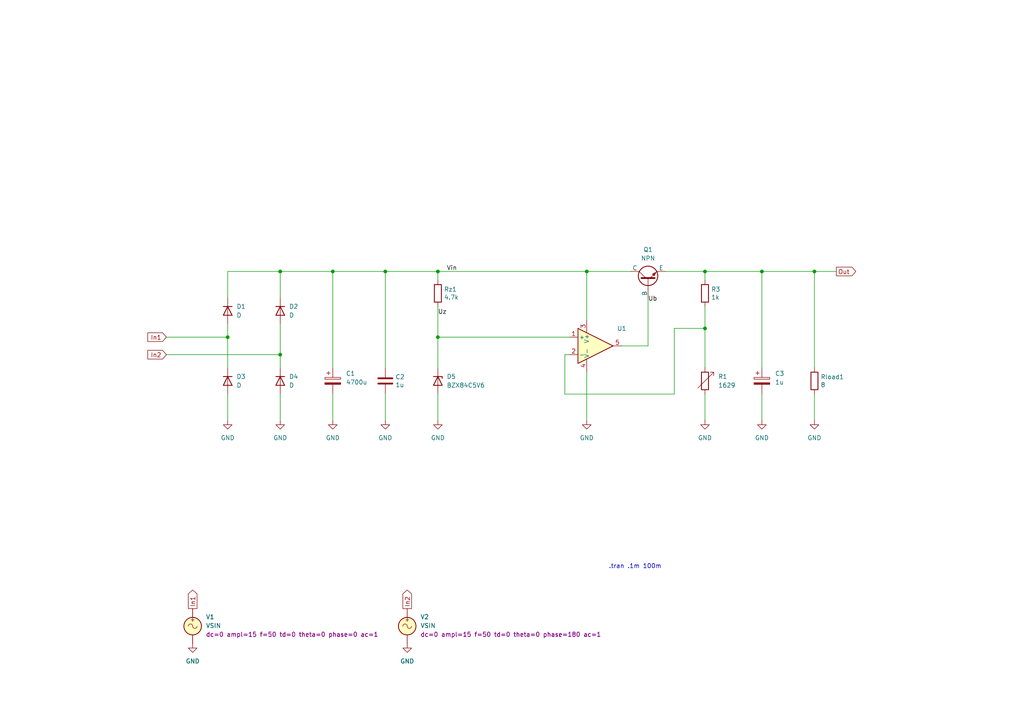
<source format=kicad_sch>
(kicad_sch (version 20231120) (generator "eeschema") (generator_version "8.0")
  (paper "A4")
  (title_block (title "Rectifier with 4 diodes, OPamp and NPN passtransistor") (date "2024-05-27") (rev "2") (company "GitHub/OJStuff"))
  (lib_symbols
    (symbol "Device:C" (pin_numbers hide) (pin_names (offset 0.254))
      (property "Reference" "C" (at 0.635 2.54 0))
      (property "Value" "C" (at 0.635 -2.54 0))
      (symbol "C_0_1"
        (polyline (pts (xy -2.032 -0.762) (xy 2.032 -0.762)) (stroke (width 0.508)))
        (polyline (pts (xy -2.032 0.762) (xy 2.032 0.762)) (stroke (width 0.508)))
      )
      (symbol "C_1_1"
        (pin passive line (at 0 3.81 270) (length 2.794) (name "~") (number "1"))
        (pin passive line (at 0 -3.81 90) (length 2.794) (name "~") (number "2"))
      )
    )
    (symbol "Device:C_Polarized" (pin_numbers hide) (pin_names (offset 0.254))
      (property "Reference" "C" (at 0.635 2.54 0))
      (property "Value" "C_Polarized" (at 0.635 -2.54 0))
      (symbol "C_Polarized_0_1"
        (rectangle (start -2.286 0.508) (end 2.286 1.016))
        (polyline (pts (xy -1.778 2.286) (xy -0.762 2.286)))
        (polyline (pts (xy -1.27 2.794) (xy -1.27 1.778)))
        (rectangle (start 2.286 -0.508) (end -2.286 -1.016) (fill (type outline)))
      )
      (symbol "C_Polarized_1_1"
        (pin passive line (at 0 3.81 270) (length 2.794) (name "~") (number "1"))
        (pin passive line (at 0 -3.81 90) (length 2.794) (name "~") (number "2"))
      )
    )
    (symbol "Device:D" (pin_numbers hide) (pin_names (offset 1.016) hide)
      (property "Reference" "D" (at 0 2.54 0))
      (property "Value" "D" (at 0 -2.54 0))
      (symbol "D_0_1"
        (polyline (pts (xy -1.27 1.27) (xy -1.27 -1.27)) (stroke (width 0.254)))
        (polyline (pts (xy 1.27 0) (xy -1.27 0)))
        (polyline (pts (xy 1.27 1.27) (xy 1.27 -1.27) (xy -1.27 0) (xy 1.27 1.27)) (stroke (width 0.254)))
      )
      (symbol "D_1_1"
        (pin passive line (at -3.81 0 0) (length 2.54) (name "K") (number "1"))
        (pin passive line (at 3.81 0 180) (length 2.54) (name "A") (number "2"))
      )
    )
    (symbol "Device:D_Zener" (pin_numbers hide) (pin_names (offset 1.016) hide)
      (property "Reference" "D" (at 0 2.54 0))
      (property "Value" "D_Zener" (at 0 -2.54 0))
      (symbol "D_Zener_0_1"
        (polyline (pts (xy 1.27 0) (xy -1.27 0)))
        (polyline (pts (xy -1.27 -1.27) (xy -1.27 1.27) (xy -0.762 1.27)) (stroke (width 0.254)))
        (polyline (pts (xy 1.27 -1.27) (xy 1.27 1.27) (xy -1.27 0) (xy 1.27 -1.27)) (stroke (width 0.254)))
      )
      (symbol "D_Zener_1_1"
        (pin passive line (at -3.81 0 0) (length 2.54) (name "K") (number "1"))
        (pin passive line (at 3.81 0 180) (length 2.54) (name "A") (number "2"))
      )
    )
    (symbol "Device:R" (pin_numbers hide) (pin_names (offset 0))
      (property "Reference" "R" (at 2.032 0 90))
      (property "Value" "R" (at 0 0 90))
      (symbol "R_0_1"
        (rectangle (start -1.016 -2.54) (end 1.016 2.54) (stroke (width 0.254)))
      )
      (symbol "R_1_1"
        (pin passive line (at 0 3.81 270) (length 1.27) (name "~") (number "1"))
        (pin passive line (at 0 -3.81 90) (length 1.27) (name "~") (number "2"))
      )
    )
    (symbol "Device:R_Variable" (pin_numbers hide) (pin_names (offset 0))
      (property "Reference" "R" (at 2.54 -2.54 90))
      (property "Value" "R_Variable" (at -2.54 -1.27 90))
      (symbol "R_Variable_0_1"
        (rectangle (start -1.016 -2.54) (end 1.016 2.54) (stroke (width 0.254)))
        (polyline (pts (xy 2.54 1.524) (xy 2.54 2.54) (xy 1.524 2.54) (xy 2.54 2.54) (xy -2.032 -2.032)))
      )
      (symbol "R_Variable_1_1"
        (pin passive line (at 0 3.81 270) (length 1.27) (name "~") (number "1"))
        (pin passive line (at 0 -3.81 90) (length 1.27) (name "~") (number "2"))
      )
    )
    (symbol "GND_1" (power) (pin_numbers hide) (pin_names (offset 0) hide)
      (property "Value" "GND" (at 0 -3.81 0))
      (symbol "GND_1_0_1"
        (polyline (pts (xy 0 0) (xy 0 -1.27) (xy 1.27 -1.27) (xy 0 -2.54) (xy -1.27 -1.27) (xy 0 -1.27)))
      )
      (symbol "GND_1_1_1"
        (pin power_in line (at 0 0 270) (length 0) (name "~") (number "1"))
      )
    )
    (symbol "Simulation_SPICE:NPN" (pin_numbers hide) (pin_names (offset 0))
      (property "Reference" "Q" (at -2.54 7.62 0))
      (property "Value" "NPN" (at -2.54 5.08 0))
      (symbol "NPN_0_1"
        (polyline (pts (xy -2.54 0) (xy 0.635 0)) (stroke (width 0.1524)))
        (polyline (pts (xy 0.635 0.635) (xy 2.54 2.54)))
        (polyline (pts (xy 2.794 -1.27) (xy 2.794 -1.27)) (stroke (width 0.1524)))
        (polyline (pts (xy 2.794 -1.27) (xy 2.794 -1.27)) (stroke (width 0.1524)))
        (polyline (pts (xy 0.635 -0.635) (xy 2.54 -2.54) (xy 2.54 -2.54)))
        (polyline (pts (xy 0.635 1.905) (xy 0.635 -1.905) (xy 0.635 -1.905)) (stroke (width 0.508)))
        (polyline (pts (xy 1.27 -1.778) (xy 1.778 -1.27) (xy 2.286 -2.286) (xy 1.27 -1.778) (xy 1.27 -1.778)) (fill (type outline)))
        (circle (center 1.27 0) (radius 2.8194) (stroke (width 0.254)))
      )
      (symbol "NPN_1_1"
        (pin open_collector line (at 2.54 5.08 270) (length 2.54) (name "C") (number "1"))
        (pin input line (at -5.08 0 0) (length 2.54) (name "B") (number "2"))
        (pin open_emitter line (at 2.54 -5.08 90) (length 2.54) (name "E") (number "3"))
      )
    )
    (symbol "Simulation_SPICE:OPAMP" (pin_names (offset 0.254))
      (property "Reference" "U" (at 3.81 3.175 0))
      (property "Value" "${SIM.PARAMS}" (at 3.81 -3.175 0))
      (symbol "OPAMP_0_1"
        (polyline (pts (xy 5.08 0) (xy -5.08 5.08) (xy -5.08 -5.08) (xy 5.08 0)) (stroke (width 0.254)) (fill (type background)))
      )
      (symbol "OPAMP_1_1"
        (pin input line (at -7.62 2.54 0) (length 2.54) (name "+") (number "1"))
        (pin input line (at -7.62 -2.54 0) (length 2.54) (name "-") (number "2"))
        (pin power_in line (at -2.54 7.62 270) (length 3.81) (name "V+") (number "3"))
        (pin power_in line (at -2.54 -7.62 90) (length 3.81) (name "V-") (number "4"))
        (pin output line (at 7.62 0 180) (length 2.54) (name "~") (number "5"))
      )
    )
    (symbol "VSIN_1" (pin_numbers hide) (pin_names (offset 0.0254))
      (property "Reference" "V" (at 2.54 2.54 0))
      (property "Value" "VSIN" (at 2.54 0 0))
      (property "Sim.Params" "dc=0 ampl=1 f=1k ac=1" (at 2.54 -2.54 0))
      (symbol "VSIN_1_0_0"
        (arc (start 0 0) (mid -0.635 0.6323) (end -1.27 0))
        (arc (start 0 0) (mid 0.635 -0.6323) (end 1.27 0))
        (text "+" (at 0 1.905 0) (effects (font (size 1.27 1.27))))
      )
      (symbol "VSIN_1_0_1"
        (circle (center 0 0) (radius 2.54) (stroke (width 0.254)) (fill (type background)))
      )
      (symbol "VSIN_1_1_1"
        (pin passive line (at 0 5.08 270) (length 2.54) (name "~") (number "1"))
        (pin passive line (at 0 -5.08 90) (length 2.54) (name "~") (number "2"))
      )
    )
  )
  (junction (at 111.76 78.74))
  (junction (at 81.28 78.74))
  (junction (at 236.22 78.74))
  (junction (at 66.04 97.79))
  (junction (at 204.47 78.74))
  (junction (at 81.28 102.87))
  (junction (at 127 78.74))
  (junction (at 127 97.79))
  (junction (at 170.18 78.74))
  (junction (at 220.98 78.74))
  (junction (at 204.47 95.25))
  (junction (at 96.52 78.74))
  (wire (pts (xy 66.04 114.3) (xy 66.04 121.92)))
  (wire (pts (xy 96.52 114.3) (xy 96.52 121.92)))
  (wire (pts (xy 127 97.79) (xy 127 106.68)))
  (wire (pts (xy 220.98 78.74) (xy 220.98 106.68)))
  (wire (pts (xy 66.04 78.74) (xy 81.28 78.74)))
  (wire (pts (xy 127 114.3) (xy 127 121.92)))
  (wire (pts (xy 236.22 78.74) (xy 242.57 78.74)))
  (wire (pts (xy 163.83 102.87) (xy 165.1 102.87)))
  (wire (pts (xy 81.28 93.98) (xy 81.28 102.87)))
  (wire (pts (xy 187.96 86.36) (xy 187.96 100.33)))
  (wire (pts (xy 204.47 95.25) (xy 204.47 106.68)))
  (wire (pts (xy 193.04 78.74) (xy 204.47 78.74)))
  (wire (pts (xy 163.83 102.87) (xy 163.83 114.3)))
  (wire (pts (xy 96.52 78.74) (xy 96.52 106.68)))
  (wire (pts (xy 204.47 114.3) (xy 204.47 121.92)))
  (wire (pts (xy 81.28 106.68) (xy 81.28 102.87)))
  (wire (pts (xy 127 78.74) (xy 127 81.28)))
  (wire (pts (xy 127 97.79) (xy 165.1 97.79)))
  (wire (pts (xy 48.26 102.87) (xy 81.28 102.87)))
  (wire (pts (xy 111.76 114.3) (xy 111.76 121.92)))
  (wire (pts (xy 81.28 114.3) (xy 81.28 121.92)))
  (wire (pts (xy 170.18 78.74) (xy 182.88 78.74)))
  (wire (pts (xy 48.26 97.79) (xy 66.04 97.79)))
  (wire (pts (xy 163.83 114.3) (xy 195.58 114.3)))
  (wire (pts (xy 81.28 78.74) (xy 96.52 78.74)))
  (wire (pts (xy 195.58 95.25) (xy 204.47 95.25)))
  (wire (pts (xy 187.96 100.33) (xy 180.34 100.33)))
  (wire (pts (xy 111.76 78.74) (xy 127 78.74)))
  (wire (pts (xy 204.47 78.74) (xy 204.47 81.28)))
  (wire (pts (xy 127 88.9) (xy 127 97.79)))
  (wire (pts (xy 195.58 114.3) (xy 195.58 95.25)))
  (wire (pts (xy 220.98 114.3) (xy 220.98 121.92)))
  (wire (pts (xy 204.47 78.74) (xy 220.98 78.74)))
  (wire (pts (xy 96.52 78.74) (xy 111.76 78.74)))
  (wire (pts (xy 170.18 107.95) (xy 170.18 121.92)))
  (wire (pts (xy 236.22 114.3) (xy 236.22 121.92)))
  (wire (pts (xy 66.04 97.79) (xy 66.04 106.68)))
  (wire (pts (xy 170.18 78.74) (xy 170.18 92.71)))
  (wire (pts (xy 111.76 78.74) (xy 111.76 106.68)))
  (wire (pts (xy 66.04 93.98) (xy 66.04 97.79)))
  (wire (pts (xy 66.04 86.36) (xy 66.04 78.74)))
  (wire (pts (xy 220.98 78.74) (xy 236.22 78.74)))
  (wire (pts (xy 236.22 106.68) (xy 236.22 78.74)))
  (wire (pts (xy 127 78.74) (xy 170.18 78.74)))
  (wire (pts (xy 204.47 88.9) (xy 204.47 95.25)))
  (wire (pts (xy 81.28 86.36) (xy 81.28 78.74)))
  (text ".tran .1m 100m" (at 176.53 165.1 0) (effects (font (size 1.27 1.27)) (justify left bottom)))
  (label "Ub" (at 187.96 87.63 0))
  (label "Uz" (at 127 91.44 0))
  (label "Vin" (at 129.54 78.74 0))
  (global_label "In1" (shape output) (at 55.88 176.53 90) (property "Intersheetrefs" "${INTERSHEET_REFS}" (effects (hide yes))))
  (global_label "Out" (shape output) (at 242.57 78.74 0) (property "Intersheetrefs" "${INTERSHEET_REFS}" (effects (hide yes))))
  (global_label "In1" (shape input) (at 48.26 97.79 180) (property "Intersheetrefs" "${INTERSHEET_REFS}" (effects (hide yes))))
  (global_label "In2" (shape input) (at 48.26 102.87 180) (property "Intersheetrefs" "${INTERSHEET_REFS}" (effects (hide yes))))
  (global_label "In2" (shape output) (at 118.11 176.53 90) (property "Intersheetrefs" "${INTERSHEET_REFS}" (effects (hide yes))))
  (symbol (lib_name "GND_1") (lib_id "power:GND") (at 66.04 121.92 0) (unit 1)
    (property "Reference" "#PWR01" (effects (hide yes)))
    (property "Value" "GND" (at 66.04 127 0))
    (property "Description" "Power symbol creates a global label with name \"GND\" , ground" (effects (hide yes)))
  )
  (symbol (lib_name "GND_1") (lib_id "power:GND") (at 236.22 121.92 0) (unit 1)
    (property "Reference" "#PWR012" (effects (hide yes)))
    (property "Value" "GND" (at 236.22 127 0))
    (property "Description" "Power symbol creates a global label with name \"GND\" , ground" (effects (hide yes)))
  )
  (symbol (lib_name "GND_1") (lib_id "power:GND") (at 204.47 121.92 0) (unit 1)
    (property "Reference" "#PWR010" (effects (hide yes)))
    (property "Value" "GND" (at 204.47 127 0))
    (property "Description" "Power symbol creates a global label with name \"GND\" , ground" (effects (hide yes)))
  )
  (symbol (lib_id "Device:D") (at 81.28 110.49 270) (unit 1)
    (property "Reference" "D4" (at 83.82 109.2199 90) (effects (justify left)))
    (property "Value" "D" (at 83.82 111.7599 90) (effects (justify left)))
    (property "Description" "Diode" (effects (hide yes)))
    (property "Sim.Device" "D" (effects (hide yes)))
    (property "Sim.Pins" "1=K 2=A" (effects (hide yes)))
  )
  (symbol (lib_id "Device:R") (at 127 85.09 0) (unit 1)
    (property "Reference" "Rz1" (at 128.778 83.9216 0) (effects (justify left)))
    (property "Value" "4.7k" (at 128.778 86.233 0) (effects (justify left)))
    (property "Footprint" "Resistor_THT:R_Axial_DIN0309_L9.0mm_D3.2mm_P12.70mm_Horizontal" (effects (hide yes)))
  )
  (symbol (lib_name "GND_1") (lib_id "power:GND") (at 111.76 121.92 0) (unit 1)
    (property "Reference" "#PWR05" (effects (hide yes)))
    (property "Value" "GND" (at 111.76 127 0))
    (property "Description" "Power symbol creates a global label with name \"GND\" , ground" (effects (hide yes)))
  )
  (symbol (lib_id "Device:C_Polarized") (at 220.98 110.49 0) (unit 1)
    (property "Reference" "C3" (at 224.79 108.3309 0) (effects (justify left)))
    (property "Value" "1u" (at 224.79 110.8709 0) (effects (justify left)))
    (property "Footprint" "Capacitor_THT:CP_Radial_D16.0mm_P7.50mm" (effects (hide yes)))
  )
  (symbol (lib_id "Simulation_SPICE:NPN") (at 187.96 81.28 90) (unit 1)
    (property "Reference" "Q1" (at 187.96 72.39 90))
    (property "Value" "NPN" (at 187.96 74.93 90))
    (property "Datasheet" "https://ngspice.sourceforge.io/docs/ngspice-html-manual/manual.xhtml#cha_BJTs" (effects (hide yes)))
    (property "Description" "Bipolar transistor symbol for simulation only, substrate tied to the emitter" (effects (hide yes)))
    (property "Sim.Device" "NPN" (effects (hide yes)))
    (property "Sim.Type" "GUMMELPOON" (effects (hide yes)))
    (property "Sim.Pins" "1=C 2=B 3=E" (effects (hide yes)))
  )
  (symbol (lib_name "GND_1") (lib_id "power:GND") (at 118.11 186.69 0) (unit 1)
    (property "Reference" "#PWR02" (effects (hide yes)))
    (property "Value" "GND" (at 118.11 191.77 0))
    (property "Description" "Power symbol creates a global label with name \"GND\" , ground" (effects (hide yes)))
  )
  (symbol (lib_id "Device:C_Polarized") (at 96.52 110.49 0) (unit 1)
    (property "Reference" "C1" (at 100.33 108.3309 0) (effects (justify left)))
    (property "Value" "4700u" (at 100.33 110.8709 0) (effects (justify left)))
    (property "Footprint" "Capacitor_THT:CP_Radial_D16.0mm_P7.50mm" (effects (hide yes)))
  )
  (symbol (lib_name "GND_1") (lib_id "power:GND") (at 96.52 121.92 0) (unit 1)
    (property "Reference" "#PWR04" (effects (hide yes)))
    (property "Value" "GND" (at 96.52 127 0))
    (property "Description" "Power symbol creates a global label with name \"GND\" , ground" (effects (hide yes)))
  )
  (symbol (lib_id "Device:R") (at 236.22 110.49 0) (unit 1)
    (property "Reference" "Rload1" (at 237.998 109.3216 0) (effects (justify left)))
    (property "Value" "8" (at 237.998 111.633 0) (effects (justify left)))
    (property "Footprint" "Resistor_THT:R_Axial_DIN0309_L9.0mm_D3.2mm_P12.70mm_Horizontal" (effects (hide yes)))
  )
  (symbol (lib_id "Device:R_Variable") (at 204.47 110.49 0) (unit 1)
    (property "Reference" "R1" (at 208.28 109.2199 0) (effects (justify left)))
    (property "Value" "1629" (at 208.28 111.7599 0) (effects (justify left)))
    (property "Description" "Variable resistor" (effects (hide yes)))
  )
  (symbol (lib_name "GND_1") (lib_id "power:GND") (at 220.98 121.92 0) (unit 1)
    (property "Reference" "#PWR011" (effects (hide yes)))
    (property "Value" "GND" (at 220.98 127 0))
    (property "Description" "Power symbol creates a global label with name \"GND\" , ground" (effects (hide yes)))
  )
  (symbol (lib_id "Device:D") (at 81.28 90.17 270) (unit 1)
    (property "Reference" "D2" (at 83.82 88.8999 90) (effects (justify left)))
    (property "Value" "D" (at 83.82 91.4399 90) (effects (justify left)))
    (property "Description" "Diode" (effects (hide yes)))
    (property "Sim.Device" "D" (effects (hide yes)))
    (property "Sim.Pins" "1=K 2=A" (effects (hide yes)))
  )
  (symbol (lib_name "GND_1") (lib_id "power:GND") (at 81.28 121.92 0) (unit 1)
    (property "Reference" "#PWR03" (effects (hide yes)))
    (property "Value" "GND" (at 81.28 127 0))
    (property "Description" "Power symbol creates a global label with name \"GND\" , ground" (effects (hide yes)))
  )
  (symbol (lib_name "GND_1") (lib_id "power:GND") (at 127 121.92 0) (unit 1)
    (property "Reference" "#PWR07" (effects (hide yes)))
    (property "Value" "GND" (at 127 127 0))
    (property "Description" "Power symbol creates a global label with name \"GND\" , ground" (effects (hide yes)))
  )
  (symbol (lib_id "Device:D") (at 66.04 90.17 270) (unit 1)
    (property "Reference" "D1" (at 68.58 88.8999 90) (effects (justify left)))
    (property "Value" "D" (at 68.58 91.4399 90) (effects (justify left)))
    (property "Description" "Diode" (effects (hide yes)))
    (property "Sim.Device" "D" (effects (hide yes)))
    (property "Sim.Pins" "1=K 2=A" (effects (hide yes)))
  )
  (symbol (lib_name "VSIN_1") (lib_id "Simulation_SPICE:VSIN") (at 55.88 181.61 0) (unit 1)
    (property "Reference" "V1" (at 59.69 178.9401 0) (effects (justify left)))
    (property "Value" "VSIN" (at 59.69 181.4801 0) (effects (justify left)))
    (property "Datasheet" "https://ngspice.sourceforge.io/docs/ngspice-html-manual/manual.xhtml#sec_Independent_Sources_for" (effects (hide yes)))
    (property "Description" "Voltage source, sinusoidal" (effects (hide yes)))
    (property "Sim.Pins" "1=+ 2=-" (effects (hide yes)))
    (property "Sim.Params" "dc=0 ampl=15 f=50 td=0 theta=0 phase=0 ac=1" (at 59.69 184.0201 0) (effects (justify left)))
    (property "Sim.Type" "SIN" (effects (hide yes)))
    (property "Sim.Device" "V" (effects (hide yes)))
  )
  (symbol (lib_id "Device:D_Zener") (at 127 110.49 270) (unit 1)
    (property "Reference" "D5" (at 129.54 109.2199 90) (effects (justify left)))
    (property "Value" "BZX84C5V6" (at 129.54 111.7599 90) (effects (justify left)))
    (property "Sim.Library" "BZX84C5V6.LIB" (effects (hide yes)))
    (property "Sim.Name" "BZX84C5V6" (effects (hide yes)))
    (property "Sim.Pins" "1=1 2=2" (effects (hide yes)))
    (property "Sim.Device" "SUBCKT" (effects (hide yes)))
  )
  (symbol (lib_name "GND_1") (lib_id "power:GND") (at 170.18 121.92 0) (unit 1)
    (property "Reference" "#PWR09" (effects (hide yes)))
    (property "Value" "GND" (at 170.18 127 0))
    (property "Description" "Power symbol creates a global label with name \"GND\" , ground" (effects (hide yes)))
  )
  (symbol (lib_id "Device:D") (at 66.04 110.49 270) (unit 1)
    (property "Reference" "D3" (at 68.58 109.2199 90) (effects (justify left)))
    (property "Value" "D" (at 68.58 111.7599 90) (effects (justify left)))
    (property "Description" "Diode" (effects (hide yes)))
    (property "Sim.Device" "D" (effects (hide yes)))
    (property "Sim.Pins" "1=K 2=A" (effects (hide yes)))
  )
  (symbol (lib_name "VSIN_1") (lib_id "Simulation_SPICE:VSIN") (at 118.11 181.61 0) (unit 1)
    (property "Reference" "V2" (at 121.92 178.9401 0) (effects (justify left)))
    (property "Value" "VSIN" (at 121.92 181.4801 0) (effects (justify left)))
    (property "Datasheet" "https://ngspice.sourceforge.io/docs/ngspice-html-manual/manual.xhtml#sec_Independent_Sources_for" (effects (hide yes)))
    (property "Description" "Voltage source, sinusoidal" (effects (hide yes)))
    (property "Sim.Pins" "1=+ 2=-" (effects (hide yes)))
    (property "Sim.Params" "dc=0 ampl=15 f=50 td=0 theta=0 phase=180 ac=1" (at 121.92 184.0201 0) (effects (justify left)))
    (property "Sim.Type" "SIN" (effects (hide yes)))
    (property "Sim.Device" "V" (effects (hide yes)))
  )
  (symbol (lib_id "Device:C") (at 111.76 110.49 0) (unit 1)
    (property "Reference" "C2" (at 114.681 109.3216 0) (effects (justify left)))
    (property "Value" "1u" (at 114.681 111.633 0) (effects (justify left)))
    (property "Footprint" "Capacitor_THT:C_Disc_D3.0mm_W1.6mm_P2.50mm" (effects (hide yes)))
  )
  (symbol (lib_id "Device:R") (at 204.47 85.09 0) (unit 1)
    (property "Reference" "R3" (at 206.248 83.9216 0) (effects (justify left)))
    (property "Value" "1k" (at 206.248 86.233 0) (effects (justify left)))
    (property "Footprint" "Resistor_THT:R_Axial_DIN0309_L9.0mm_D3.2mm_P12.70mm_Horizontal" (effects (hide yes)))
  )
  (symbol (lib_id "Simulation_SPICE:OPAMP") (at 172.72 100.33 0) (unit 1)
    (property "Reference" "U1" (at 180.34 95.2814 0))
    (property "Value" "${SIM.PARAMS}" (at 180.34 97.1865 0))
    (property "Datasheet" "https://ngspice.sourceforge.io/docs/ngspice-html-manual/manual.xhtml#sec__SUBCKT_Subcircuits" (effects (hide yes)))
    (property "Description" "Operational amplifier, single, node sequence=1:+ 2:- 3:OUT 4:V+ 5:V-" (effects (hide yes)))
    (property "Sim.Pins" "1=in+ 2=in- 3=vcc 4=vee 5=out" (effects (hide yes)))
    (property "Sim.Device" "SUBCKT" (effects (hide yes)))
    (property "Sim.Library" "${KICAD7_SYMBOL_DIR}/Simulation_SPICE.sp" (effects (hide yes)))
    (property "Sim.Name" "kicad_builtin_opamp" (effects (hide yes)))
  )
  (symbol (lib_name "GND_1") (lib_id "power:GND") (at 55.88 186.69 0) (unit 1)
    (property "Reference" "#PWR06" (effects (hide yes)))
    (property "Value" "GND" (at 55.88 191.77 0))
    (property "Description" "Power symbol creates a global label with name \"GND\" , ground" (effects (hide yes)))
  )
)
</source>
